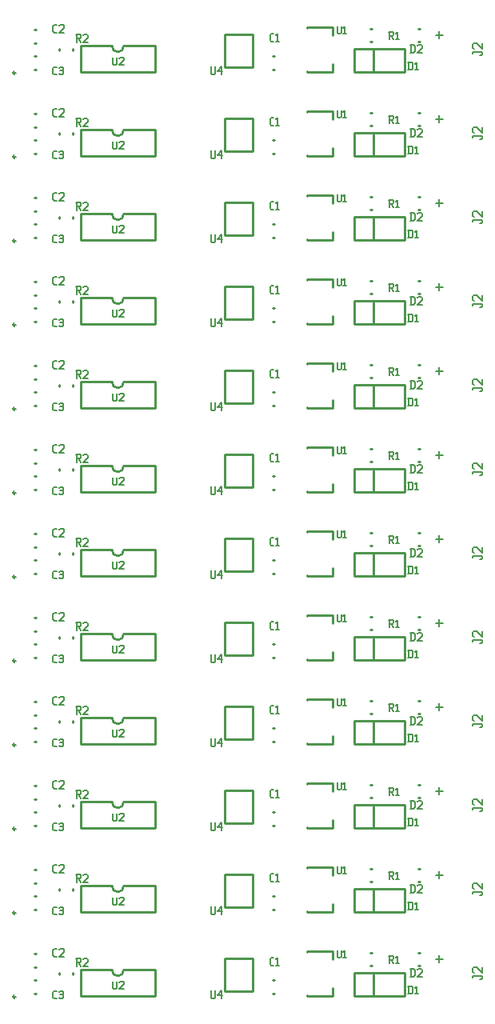
<source format=gbr>
G04 start of page 9 for group -4079 idx -4079 *
G04 Title: (unknown), topsilk *
G04 Creator: pcb 20140316 *
G04 CreationDate: Thu 02 Jul 2020 09:16:05 PM GMT UTC *
G04 For: railfan *
G04 Format: Gerber/RS-274X *
G04 PCB-Dimensions (mil): 2500.00 4300.00 *
G04 PCB-Coordinate-Origin: lower left *
%MOIN*%
%FSLAX25Y25*%
%LNTOPSILK*%
%ADD71C,0.0100*%
%ADD70C,0.0080*%
G54D70*X213000Y273500D02*X216000D01*
X214500Y275000D02*Y272000D01*
X213000Y238500D02*X216000D01*
X214500Y240000D02*Y237000D01*
X213000Y203500D02*X216000D01*
X214500Y205000D02*Y202000D01*
X213000Y168500D02*X216000D01*
X214500Y170000D02*Y167000D01*
X213000Y133500D02*X216000D01*
X214500Y135000D02*Y132000D01*
X213000Y98500D02*X216000D01*
X214500Y100000D02*Y97000D01*
X213000Y63500D02*X216000D01*
X214500Y65000D02*Y62000D01*
X213000Y28500D02*X216000D01*
X214500Y30000D02*Y27000D01*
X213000Y343500D02*X216000D01*
X214500Y345000D02*Y342000D01*
X213000Y308500D02*X216000D01*
X213000Y413500D02*X216000D01*
X214500Y415000D02*Y412000D01*
X213000Y378500D02*X216000D01*
X214500Y380000D02*Y377000D01*
Y310000D02*Y307000D01*
G54D71*X37837Y362732D02*G75*G03X37837Y362732I-500J0D01*G01*
X56245Y372893D02*Y372107D01*
X61755Y372893D02*Y372107D01*
X45607Y369755D02*X46393D01*
X45607Y364245D02*X46393D01*
X45607Y380755D02*X46393D01*
X45607Y375245D02*X46393D01*
X64934Y373988D02*Y363012D01*
X96066D01*
Y373988D02*Y363012D01*
X64934Y373988D02*X78000D01*
X83000D02*X96066D01*
X78000D02*G75*G03X83000Y373988I2500J0D01*G01*
X136900Y378900D02*Y365000D01*
X125100Y378900D02*X136900D01*
X125100D02*Y365000D01*
X136900D01*
X64934Y338988D02*Y328012D01*
X96066D01*
Y338988D02*Y328012D01*
X64934Y338988D02*X78000D01*
X83000D02*X96066D01*
X78000D02*G75*G03X83000Y338988I2500J0D01*G01*
X136900Y343900D02*Y330000D01*
X125100Y343900D02*X136900D01*
X125100D02*Y330000D01*
X136900D01*
X159520Y346750D02*X170150D01*
X159520Y328250D02*X170150D01*
Y346750D02*Y343500D01*
Y331500D02*Y328250D01*
X159520Y346750D02*Y346571D01*
Y328429D02*Y328250D01*
X145107Y329245D02*X145893D01*
X145107Y334755D02*X145893D01*
X37837Y327732D02*G75*G03X37837Y327732I-500J0D01*G01*
X56245Y337893D02*Y337107D01*
X61755Y337893D02*Y337107D01*
X45607Y334755D02*X46393D01*
X45607Y329245D02*X46393D01*
X45607Y345755D02*X46393D01*
X45607Y340245D02*X46393D01*
X37837Y292732D02*G75*G03X37837Y292732I-500J0D01*G01*
X56245Y302893D02*Y302107D01*
X61755Y302893D02*Y302107D01*
X45607Y299755D02*X46393D01*
X45607Y294245D02*X46393D01*
X45607Y310755D02*X46393D01*
X45607Y305245D02*X46393D01*
X37837Y257732D02*G75*G03X37837Y257732I-500J0D01*G01*
X56245Y267893D02*Y267107D01*
X61755Y267893D02*Y267107D01*
X45607Y264755D02*X46393D01*
X45607Y259245D02*X46393D01*
X45607Y275755D02*X46393D01*
X45607Y270245D02*X46393D01*
X37837Y222732D02*G75*G03X37837Y222732I-500J0D01*G01*
Y187732D02*G75*G03X37837Y187732I-500J0D01*G01*
Y152732D02*G75*G03X37837Y152732I-500J0D01*G01*
Y117732D02*G75*G03X37837Y117732I-500J0D01*G01*
Y82732D02*G75*G03X37837Y82732I-500J0D01*G01*
X56245Y232893D02*Y232107D01*
X61755Y232893D02*Y232107D01*
X56245Y197893D02*Y197107D01*
X61755Y197893D02*Y197107D01*
X56245Y162893D02*Y162107D01*
X61755Y162893D02*Y162107D01*
X56245Y127893D02*Y127107D01*
X61755Y127893D02*Y127107D01*
X56245Y92893D02*Y92107D01*
X61755Y92893D02*Y92107D01*
X56245Y22893D02*Y22107D01*
X61755Y22893D02*Y22107D01*
X45607Y229755D02*X46393D01*
X45607Y224245D02*X46393D01*
X45607Y240755D02*X46393D01*
X45607Y235245D02*X46393D01*
X45607Y194755D02*X46393D01*
X45607Y189245D02*X46393D01*
X45607Y205755D02*X46393D01*
X45607Y200245D02*X46393D01*
X45607Y159755D02*X46393D01*
X45607Y154245D02*X46393D01*
X45607Y170755D02*X46393D01*
X45607Y165245D02*X46393D01*
X45607Y124755D02*X46393D01*
X45607Y119245D02*X46393D01*
X45607Y135755D02*X46393D01*
X45607Y130245D02*X46393D01*
X45607Y89755D02*X46393D01*
X45607Y84245D02*X46393D01*
X45607Y100755D02*X46393D01*
X45607Y95245D02*X46393D01*
X37837Y47732D02*G75*G03X37837Y47732I-500J0D01*G01*
Y12732D02*G75*G03X37837Y12732I-500J0D01*G01*
X45607Y19755D02*X46393D01*
X45607Y14245D02*X46393D01*
X45607Y30755D02*X46393D01*
X45607Y25245D02*X46393D01*
X56245Y57893D02*Y57107D01*
X61755Y57893D02*Y57107D01*
X45607Y54755D02*X46393D01*
X45607Y49245D02*X46393D01*
X45607Y65755D02*X46393D01*
X45607Y60245D02*X46393D01*
X136900Y98900D02*Y85000D01*
X125100Y98900D02*X136900D01*
X125100D02*Y85000D01*
X136900D01*
Y133900D02*Y120000D01*
X125100Y133900D02*X136900D01*
X125100D02*Y120000D01*
X136900D01*
X159520Y136750D02*X170150D01*
X159520Y118250D02*X170150D01*
Y136750D02*Y133500D01*
Y121500D02*Y118250D01*
X159520Y136750D02*Y136571D01*
Y118429D02*Y118250D01*
X145107Y119245D02*X145893D01*
X145107Y124755D02*X145893D01*
X159520Y101750D02*X170150D01*
X159520Y83250D02*X170150D01*
Y101750D02*Y98500D01*
Y86500D02*Y83250D01*
X159520Y101750D02*Y101571D01*
Y83429D02*Y83250D01*
X145107Y84245D02*X145893D01*
X145107Y89755D02*X145893D01*
X64934Y128988D02*Y118012D01*
X96066D01*
Y128988D02*Y118012D01*
X64934Y128988D02*X78000D01*
X83000D02*X96066D01*
X78000D02*G75*G03X83000Y128988I2500J0D01*G01*
X64934Y93988D02*Y83012D01*
X96066D01*
Y93988D02*Y83012D01*
X64934Y93988D02*X78000D01*
X83000D02*X96066D01*
X78000D02*G75*G03X83000Y93988I2500J0D01*G01*
X136900Y28900D02*Y15000D01*
X125100Y28900D02*X136900D01*
X125100D02*Y15000D01*
X136900D01*
Y63900D02*Y50000D01*
X125100Y63900D02*X136900D01*
X125100D02*Y50000D01*
X136900D01*
X159520Y66750D02*X170150D01*
X159520Y48250D02*X170150D01*
Y66750D02*Y63500D01*
Y51500D02*Y48250D01*
X159520Y66750D02*Y66571D01*
Y48429D02*Y48250D01*
X145107Y49245D02*X145893D01*
X145107Y54755D02*X145893D01*
X159520Y31750D02*X170150D01*
X159520Y13250D02*X170150D01*
Y31750D02*Y28500D01*
Y16500D02*Y13250D01*
X159520Y31750D02*Y31571D01*
Y13429D02*Y13250D01*
X145107Y14245D02*X145893D01*
X145107Y19755D02*X145893D01*
X64934Y58988D02*Y48012D01*
X96066D01*
Y58988D02*Y48012D01*
X64934Y58988D02*X78000D01*
X83000D02*X96066D01*
X78000D02*G75*G03X83000Y58988I2500J0D01*G01*
X64934Y23988D02*Y13012D01*
X96066D01*
Y23988D02*Y13012D01*
X64934Y23988D02*X78000D01*
X83000D02*X96066D01*
X78000D02*G75*G03X83000Y23988I2500J0D01*G01*
X179000Y398200D02*X200000D01*
X179000Y407800D02*X200000D01*
X179000Y398200D02*Y407800D01*
X200000Y398200D02*Y407800D01*
X187000Y398200D02*Y407800D01*
X185607Y416255D02*X186393D01*
X185607Y410745D02*X186393D01*
X205607Y416255D02*X206393D01*
X205607Y410745D02*X206393D01*
X159520Y416750D02*X170150D01*
X159520Y398250D02*X170150D01*
Y416750D02*Y413500D01*
Y401500D02*Y398250D01*
X159520Y416750D02*Y416571D01*
Y398429D02*Y398250D01*
X145107Y399245D02*X145893D01*
X145107Y404755D02*X145893D01*
X159520Y381750D02*X170150D01*
X159520Y363250D02*X170150D01*
Y381750D02*Y378500D01*
Y366500D02*Y363250D01*
X159520Y381750D02*Y381571D01*
Y363429D02*Y363250D01*
X145107Y364245D02*X145893D01*
X145107Y369755D02*X145893D01*
X37837Y397732D02*G75*G03X37837Y397732I-500J0D01*G01*
X56245Y407893D02*Y407107D01*
X61755Y407893D02*Y407107D01*
X45607Y404755D02*X46393D01*
X45607Y399245D02*X46393D01*
X45607Y415755D02*X46393D01*
X45607Y410245D02*X46393D01*
X136900Y413900D02*Y400000D01*
X125100Y413900D02*X136900D01*
X125100D02*Y400000D01*
X136900D01*
X64934Y408988D02*Y398012D01*
X96066D01*
Y408988D02*Y398012D01*
X64934Y408988D02*X78000D01*
X83000D02*X96066D01*
X78000D02*G75*G03X83000Y408988I2500J0D01*G01*
X179000Y363200D02*X200000D01*
X179000Y372800D02*X200000D01*
X179000Y363200D02*Y372800D01*
X200000Y363200D02*Y372800D01*
X187000Y363200D02*Y372800D01*
X185607Y381255D02*X186393D01*
X185607Y375745D02*X186393D01*
X205607Y381255D02*X206393D01*
X205607Y375745D02*X206393D01*
X185607Y346255D02*X186393D01*
X185607Y340745D02*X186393D01*
X179000Y328200D02*X200000D01*
X179000Y337800D02*X200000D01*
X179000Y328200D02*Y337800D01*
X200000Y328200D02*Y337800D01*
X187000Y328200D02*Y337800D01*
X179000Y293200D02*X200000D01*
X179000Y302800D02*X200000D01*
X179000Y293200D02*Y302800D01*
X200000Y293200D02*Y302800D01*
X187000Y293200D02*Y302800D01*
X185607Y311255D02*X186393D01*
X185607Y305745D02*X186393D01*
X205607Y346255D02*X206393D01*
X205607Y340745D02*X206393D01*
X205607Y311255D02*X206393D01*
X205607Y305745D02*X206393D01*
X205607Y276255D02*X206393D01*
X205607Y270745D02*X206393D01*
X179000Y258200D02*X200000D01*
X179000Y267800D02*X200000D01*
X179000Y258200D02*Y267800D01*
X200000Y258200D02*Y267800D01*
X187000Y258200D02*Y267800D01*
X185607Y276255D02*X186393D01*
X185607Y270745D02*X186393D01*
X179000Y223200D02*X200000D01*
X179000Y232800D02*X200000D01*
X179000Y223200D02*Y232800D01*
X200000Y223200D02*Y232800D01*
X187000Y223200D02*Y232800D01*
X185607Y241255D02*X186393D01*
X185607Y235745D02*X186393D01*
X205607Y241255D02*X206393D01*
X205607Y235745D02*X206393D01*
X136900Y308900D02*Y295000D01*
X125100Y308900D02*X136900D01*
X125100D02*Y295000D01*
X136900D01*
X64934Y303988D02*Y293012D01*
X96066D01*
Y303988D02*Y293012D01*
X64934Y303988D02*X78000D01*
X83000D02*X96066D01*
X78000D02*G75*G03X83000Y303988I2500J0D01*G01*
X159520Y311750D02*X170150D01*
X159520Y293250D02*X170150D01*
Y311750D02*Y308500D01*
Y296500D02*Y293250D01*
X159520Y311750D02*Y311571D01*
Y293429D02*Y293250D01*
X145107Y294245D02*X145893D01*
X145107Y299755D02*X145893D01*
X136900Y238900D02*Y225000D01*
X125100Y238900D02*X136900D01*
X125100D02*Y225000D01*
X136900D01*
Y273900D02*Y260000D01*
X125100Y273900D02*X136900D01*
X125100D02*Y260000D01*
X136900D01*
X159520Y276750D02*X170150D01*
X159520Y258250D02*X170150D01*
Y276750D02*Y273500D01*
Y261500D02*Y258250D01*
X159520Y276750D02*Y276571D01*
Y258429D02*Y258250D01*
X145107Y259245D02*X145893D01*
X145107Y264755D02*X145893D01*
X159520Y241750D02*X170150D01*
X159520Y223250D02*X170150D01*
Y241750D02*Y238500D01*
Y226500D02*Y223250D01*
X159520Y241750D02*Y241571D01*
Y223429D02*Y223250D01*
X145107Y224245D02*X145893D01*
X145107Y229755D02*X145893D01*
X64934Y268988D02*Y258012D01*
X96066D01*
Y268988D02*Y258012D01*
X64934Y268988D02*X78000D01*
X83000D02*X96066D01*
X78000D02*G75*G03X83000Y268988I2500J0D01*G01*
X64934Y233988D02*Y223012D01*
X96066D01*
Y233988D02*Y223012D01*
X64934Y233988D02*X78000D01*
X83000D02*X96066D01*
X78000D02*G75*G03X83000Y233988I2500J0D01*G01*
X136900Y168900D02*Y155000D01*
X125100Y168900D02*X136900D01*
X125100D02*Y155000D01*
X136900D01*
Y203900D02*Y190000D01*
X125100Y203900D02*X136900D01*
X125100D02*Y190000D01*
X136900D01*
X159520Y206750D02*X170150D01*
X159520Y188250D02*X170150D01*
Y206750D02*Y203500D01*
Y191500D02*Y188250D01*
X159520Y206750D02*Y206571D01*
Y188429D02*Y188250D01*
X145107Y189245D02*X145893D01*
X145107Y194755D02*X145893D01*
X159520Y171750D02*X170150D01*
X159520Y153250D02*X170150D01*
Y171750D02*Y168500D01*
Y156500D02*Y153250D01*
X159520Y171750D02*Y171571D01*
Y153429D02*Y153250D01*
X145107Y154245D02*X145893D01*
X145107Y159755D02*X145893D01*
X64934Y198988D02*Y188012D01*
X96066D01*
Y198988D02*Y188012D01*
X64934Y198988D02*X78000D01*
X83000D02*X96066D01*
X78000D02*G75*G03X83000Y198988I2500J0D01*G01*
X64934Y163988D02*Y153012D01*
X96066D01*
Y163988D02*Y153012D01*
X64934Y163988D02*X78000D01*
X83000D02*X96066D01*
X78000D02*G75*G03X83000Y163988I2500J0D01*G01*
X179000Y188200D02*X200000D01*
X179000Y197800D02*X200000D01*
X179000Y188200D02*Y197800D01*
X200000Y188200D02*Y197800D01*
X187000Y188200D02*Y197800D01*
X185607Y206255D02*X186393D01*
X185607Y200745D02*X186393D01*
X205607Y206255D02*X206393D01*
X205607Y200745D02*X206393D01*
X185607Y171255D02*X186393D01*
X185607Y165745D02*X186393D01*
X205607Y171255D02*X206393D01*
X205607Y165745D02*X206393D01*
X179000Y153200D02*X200000D01*
X179000Y162800D02*X200000D01*
X179000Y153200D02*Y162800D01*
X200000Y153200D02*Y162800D01*
X187000Y153200D02*Y162800D01*
X179000Y118200D02*X200000D01*
X179000Y127800D02*X200000D01*
X179000Y118200D02*Y127800D01*
X200000Y118200D02*Y127800D01*
X187000Y118200D02*Y127800D01*
X179000Y83200D02*X200000D01*
X179000Y92800D02*X200000D01*
X179000Y83200D02*Y92800D01*
X200000Y83200D02*Y92800D01*
X187000Y83200D02*Y92800D01*
X185607Y101255D02*X186393D01*
X185607Y95745D02*X186393D01*
X205607Y101255D02*X206393D01*
X205607Y95745D02*X206393D01*
X179000Y48200D02*X200000D01*
X179000Y57800D02*X200000D01*
X179000Y48200D02*Y57800D01*
X200000Y48200D02*Y57800D01*
X187000Y48200D02*Y57800D01*
X185607Y66255D02*X186393D01*
X185607Y60745D02*X186393D01*
X205607Y66255D02*X206393D01*
X205607Y60745D02*X206393D01*
X179000Y13200D02*X200000D01*
X179000Y22800D02*X200000D01*
X179000Y13200D02*Y22800D01*
X200000Y13200D02*Y22800D01*
X187000Y13200D02*Y22800D01*
X185607Y31255D02*X186393D01*
X185607Y25745D02*X186393D01*
X205607Y31255D02*X206393D01*
X205607Y25745D02*X206393D01*
X185607Y136255D02*X186393D01*
X185607Y130745D02*X186393D01*
X205607Y136255D02*X206393D01*
X205607Y130745D02*X206393D01*
G54D70*X63000Y413700D02*X64600D01*
X65000Y413300D01*
Y412500D01*
X64600Y412100D02*X65000Y412500D01*
X63400Y412100D02*X64600D01*
X63400Y413700D02*Y410500D01*
X64040Y412100D02*X65000Y410500D01*
X65960Y413300D02*X66360Y413700D01*
X67560D01*
X67960Y413300D01*
Y412500D01*
X65960Y410500D02*X67960Y412500D01*
X65960Y410500D02*X67960D01*
X54060Y414500D02*X55100D01*
X53500Y415060D02*X54060Y414500D01*
X53500Y417140D02*Y415060D01*
Y417140D02*X54060Y417700D01*
X55100D01*
X56060Y417300D02*X56460Y417700D01*
X57660D01*
X58060Y417300D01*
Y416500D01*
X56060Y414500D02*X58060Y416500D01*
X56060Y414500D02*X58060D01*
X119500Y400300D02*Y397500D01*
X119900Y397100D01*
X120700D01*
X121100Y397500D01*
Y400300D02*Y397500D01*
X122060Y398300D02*X123660Y400300D01*
X122060Y398300D02*X124060D01*
X123660Y400300D02*Y397100D01*
X78500Y404200D02*Y401400D01*
X78900Y401000D01*
X79700D01*
X80100Y401400D01*
Y404200D02*Y401400D01*
X81060Y403800D02*X81460Y404200D01*
X82660D01*
X83060Y403800D01*
Y403000D01*
X81060Y401000D02*X83060Y403000D01*
X81060Y401000D02*X83060D01*
X54060Y397000D02*X55100D01*
X53500Y397560D02*X54060Y397000D01*
X53500Y399640D02*Y397560D01*
Y399640D02*X54060Y400200D01*
X55100D01*
X56060Y399800D02*X56460Y400200D01*
X57260D01*
X57660Y399800D01*
X57260Y397000D02*X57660Y397400D01*
X56460Y397000D02*X57260D01*
X56060Y397400D02*X56460Y397000D01*
Y398760D02*X57260D01*
X57660Y399800D02*Y399160D01*
Y398360D02*Y397400D01*
Y398360D02*X57260Y398760D01*
X57660Y399160D02*X57260Y398760D01*
X63000Y378700D02*X64600D01*
X65000Y378300D01*
Y377500D01*
X64600Y377100D02*X65000Y377500D01*
X63400Y377100D02*X64600D01*
X63400Y378700D02*Y375500D01*
X64040Y377100D02*X65000Y375500D01*
X65960Y378300D02*X66360Y378700D01*
X67560D01*
X67960Y378300D01*
Y377500D01*
X65960Y375500D02*X67960Y377500D01*
X65960Y375500D02*X67960D01*
X54060Y379500D02*X55100D01*
X53500Y380060D02*X54060Y379500D01*
X53500Y382140D02*Y380060D01*
Y382140D02*X54060Y382700D01*
X55100D01*
X56060Y382300D02*X56460Y382700D01*
X57660D01*
X58060Y382300D01*
Y381500D01*
X56060Y379500D02*X58060Y381500D01*
X56060Y379500D02*X58060D01*
X54060Y362000D02*X55100D01*
X53500Y362560D02*X54060Y362000D01*
X53500Y364640D02*Y362560D01*
Y364640D02*X54060Y365200D01*
X55100D01*
X56060Y364800D02*X56460Y365200D01*
X57260D01*
X57660Y364800D01*
X57260Y362000D02*X57660Y362400D01*
X56460Y362000D02*X57260D01*
X56060Y362400D02*X56460Y362000D01*
Y363760D02*X57260D01*
X57660Y364800D02*Y364160D01*
Y363360D02*Y362400D01*
Y363360D02*X57260Y363760D01*
X57660Y364160D02*X57260Y363760D01*
X78500Y369200D02*Y366400D01*
X78900Y366000D01*
X79700D01*
X80100Y366400D01*
Y369200D02*Y366400D01*
X81060Y368800D02*X81460Y369200D01*
X82660D01*
X83060Y368800D01*
Y368000D01*
X81060Y366000D02*X83060Y368000D01*
X81060Y366000D02*X83060D01*
X119500Y365300D02*Y362500D01*
X119900Y362100D01*
X120700D01*
X121100Y362500D01*
Y365300D02*Y362500D01*
X122060Y363300D02*X123660Y365300D01*
X122060Y363300D02*X124060D01*
X123660Y365300D02*Y362100D01*
X63000Y343700D02*X64600D01*
X65000Y343300D01*
Y342500D01*
X64600Y342100D02*X65000Y342500D01*
X63400Y342100D02*X64600D01*
X63400Y343700D02*Y340500D01*
X64040Y342100D02*X65000Y340500D01*
X65960Y343300D02*X66360Y343700D01*
X67560D01*
X67960Y343300D01*
Y342500D01*
X65960Y340500D02*X67960Y342500D01*
X65960Y340500D02*X67960D01*
X54060Y327000D02*X55100D01*
X53500Y327560D02*X54060Y327000D01*
X53500Y329640D02*Y327560D01*
Y329640D02*X54060Y330200D01*
X55100D01*
X56060Y329800D02*X56460Y330200D01*
X57260D01*
X57660Y329800D01*
X57260Y327000D02*X57660Y327400D01*
X56460Y327000D02*X57260D01*
X56060Y327400D02*X56460Y327000D01*
Y328760D02*X57260D01*
X57660Y329800D02*Y329160D01*
Y328360D02*Y327400D01*
Y328360D02*X57260Y328760D01*
X57660Y329160D02*X57260Y328760D01*
X78500Y334200D02*Y331400D01*
X78900Y331000D01*
X79700D01*
X80100Y331400D01*
Y334200D02*Y331400D01*
X81060Y333800D02*X81460Y334200D01*
X82660D01*
X83060Y333800D01*
Y333000D01*
X81060Y331000D02*X83060Y333000D01*
X81060Y331000D02*X83060D01*
X54060Y344500D02*X55100D01*
X53500Y345060D02*X54060Y344500D01*
X53500Y347140D02*Y345060D01*
Y347140D02*X54060Y347700D01*
X55100D01*
X56060Y347300D02*X56460Y347700D01*
X57660D01*
X58060Y347300D01*
Y346500D01*
X56060Y344500D02*X58060Y346500D01*
X56060Y344500D02*X58060D01*
X63000Y308700D02*X64600D01*
X65000Y308300D01*
Y307500D01*
X64600Y307100D02*X65000Y307500D01*
X63400Y307100D02*X64600D01*
X63400Y308700D02*Y305500D01*
X64040Y307100D02*X65000Y305500D01*
X65960Y308300D02*X66360Y308700D01*
X67560D01*
X67960Y308300D01*
Y307500D01*
X65960Y305500D02*X67960Y307500D01*
X65960Y305500D02*X67960D01*
X54060Y292000D02*X55100D01*
X53500Y292560D02*X54060Y292000D01*
X53500Y294640D02*Y292560D01*
Y294640D02*X54060Y295200D01*
X55100D01*
X56060Y294800D02*X56460Y295200D01*
X57260D01*
X57660Y294800D01*
X57260Y292000D02*X57660Y292400D01*
X56460Y292000D02*X57260D01*
X56060Y292400D02*X56460Y292000D01*
Y293760D02*X57260D01*
X57660Y294800D02*Y294160D01*
Y293360D02*Y292400D01*
Y293360D02*X57260Y293760D01*
X57660Y294160D02*X57260Y293760D01*
X54060Y309500D02*X55100D01*
X53500Y310060D02*X54060Y309500D01*
X53500Y312140D02*Y310060D01*
Y312140D02*X54060Y312700D01*
X55100D01*
X56060Y312300D02*X56460Y312700D01*
X57660D01*
X58060Y312300D01*
Y311500D01*
X56060Y309500D02*X58060Y311500D01*
X56060Y309500D02*X58060D01*
X78500Y299200D02*Y296400D01*
X78900Y296000D01*
X79700D01*
X80100Y296400D01*
Y299200D02*Y296400D01*
X81060Y298800D02*X81460Y299200D01*
X82660D01*
X83060Y298800D01*
Y298000D01*
X81060Y296000D02*X83060Y298000D01*
X81060Y296000D02*X83060D01*
X119500Y330300D02*Y327500D01*
X119900Y327100D01*
X120700D01*
X121100Y327500D01*
Y330300D02*Y327500D01*
X122060Y328300D02*X123660Y330300D01*
X122060Y328300D02*X124060D01*
X123660Y330300D02*Y327100D01*
X119500Y295300D02*Y292500D01*
X119900Y292100D01*
X120700D01*
X121100Y292500D01*
Y295300D02*Y292500D01*
X122060Y293300D02*X123660Y295300D01*
X122060Y293300D02*X124060D01*
X123660Y295300D02*Y292100D01*
X119500Y260300D02*Y257500D01*
X119900Y257100D01*
X120700D01*
X121100Y257500D01*
Y260300D02*Y257500D01*
X122060Y258300D02*X123660Y260300D01*
X122060Y258300D02*X124060D01*
X123660Y260300D02*Y257100D01*
X63000Y273700D02*X64600D01*
X65000Y273300D01*
Y272500D01*
X64600Y272100D02*X65000Y272500D01*
X63400Y272100D02*X64600D01*
X63400Y273700D02*Y270500D01*
X64040Y272100D02*X65000Y270500D01*
X65960Y273300D02*X66360Y273700D01*
X67560D01*
X67960Y273300D01*
Y272500D01*
X65960Y270500D02*X67960Y272500D01*
X65960Y270500D02*X67960D01*
X54060Y257000D02*X55100D01*
X53500Y257560D02*X54060Y257000D01*
X53500Y259640D02*Y257560D01*
Y259640D02*X54060Y260200D01*
X55100D01*
X56060Y259800D02*X56460Y260200D01*
X57260D01*
X57660Y259800D01*
X57260Y257000D02*X57660Y257400D01*
X56460Y257000D02*X57260D01*
X56060Y257400D02*X56460Y257000D01*
Y258760D02*X57260D01*
X57660Y259800D02*Y259160D01*
Y258360D02*Y257400D01*
Y258360D02*X57260Y258760D01*
X57660Y259160D02*X57260Y258760D01*
X54060Y274500D02*X55100D01*
X53500Y275060D02*X54060Y274500D01*
X53500Y277140D02*Y275060D01*
Y277140D02*X54060Y277700D01*
X55100D01*
X56060Y277300D02*X56460Y277700D01*
X57660D01*
X58060Y277300D01*
Y276500D01*
X56060Y274500D02*X58060Y276500D01*
X56060Y274500D02*X58060D01*
X78500Y264200D02*Y261400D01*
X78900Y261000D01*
X79700D01*
X80100Y261400D01*
Y264200D02*Y261400D01*
X81060Y263800D02*X81460Y264200D01*
X82660D01*
X83060Y263800D01*
Y263000D01*
X81060Y261000D02*X83060Y263000D01*
X81060Y261000D02*X83060D01*
X201900Y402200D02*Y399000D01*
X202940Y402200D02*X203500Y401640D01*
Y399560D01*
X202940Y399000D02*X203500Y399560D01*
X201500Y399000D02*X202940D01*
X201500Y402200D02*X202940D01*
X204460Y401560D02*X205100Y402200D01*
Y399000D01*
X204460D02*X205660D01*
X228500Y406500D02*Y405700D01*
Y406500D02*X232000D01*
X232500Y406000D02*X232000Y406500D01*
X232500Y406000D02*Y405500D01*
X232000Y405000D02*X232500Y405500D01*
X231500Y405000D02*X232000D01*
X229000Y407700D02*X228500Y408200D01*
Y409700D02*Y408200D01*
Y409700D02*X229000Y410200D01*
X230000D01*
X232500Y407700D02*X230000Y410200D01*
X232500D02*Y407700D01*
X202750Y409350D02*Y406150D01*
X203790Y409350D02*X204350Y408790D01*
Y406710D01*
X203790Y406150D02*X204350Y406710D01*
X202350Y406150D02*X203790D01*
X202350Y409350D02*X203790D01*
X205310Y408950D02*X205710Y409350D01*
X206910D01*
X207310Y408950D01*
Y408150D01*
X205310Y406150D02*X207310Y408150D01*
X205310Y406150D02*X207310D01*
X172000Y417200D02*Y414400D01*
X172400Y414000D01*
X173200D01*
X173600Y414400D01*
Y417200D02*Y414400D01*
X174560Y416560D02*X175200Y417200D01*
Y414000D01*
X174560D02*X175760D01*
X193436Y414850D02*X195036D01*
X195436Y414450D01*
Y413650D01*
X195036Y413250D02*X195436Y413650D01*
X193836Y413250D02*X195036D01*
X193836Y414850D02*Y411650D01*
X194476Y413250D02*X195436Y411650D01*
X196396Y414210D02*X197036Y414850D01*
Y411650D01*
X196396D02*X197596D01*
X193436Y379850D02*X195036D01*
X195436Y379450D01*
Y378650D01*
X195036Y378250D02*X195436Y378650D01*
X193836Y378250D02*X195036D01*
X193836Y379850D02*Y376650D01*
X194476Y378250D02*X195436Y376650D01*
X196396Y379210D02*X197036Y379850D01*
Y376650D01*
X196396D02*X197596D01*
X144497Y410906D02*X145537D01*
X143937Y411466D02*X144497Y410906D01*
X143937Y413546D02*Y411466D01*
Y413546D02*X144497Y414106D01*
X145537D01*
X146497Y413466D02*X147137Y414106D01*
Y410906D01*
X146497D02*X147697D01*
X144497Y375906D02*X145537D01*
X143937Y376466D02*X144497Y375906D01*
X143937Y378546D02*Y376466D01*
Y378546D02*X144497Y379106D01*
X145537D01*
X146497Y378466D02*X147137Y379106D01*
Y375906D01*
X146497D02*X147697D01*
X144497Y340906D02*X145537D01*
X143937Y341466D02*X144497Y340906D01*
X143937Y343546D02*Y341466D01*
Y343546D02*X144497Y344106D01*
X145537D01*
X146497Y343466D02*X147137Y344106D01*
Y340906D01*
X146497D02*X147697D01*
X144497Y305906D02*X145537D01*
X143937Y306466D02*X144497Y305906D01*
X143937Y308546D02*Y306466D01*
Y308546D02*X144497Y309106D01*
X145537D01*
X146497Y308466D02*X147137Y309106D01*
Y305906D01*
X146497D02*X147697D01*
X144497Y270906D02*X145537D01*
X143937Y271466D02*X144497Y270906D01*
X143937Y273546D02*Y271466D01*
Y273546D02*X144497Y274106D01*
X145537D01*
X146497Y273466D02*X147137Y274106D01*
Y270906D01*
X146497D02*X147697D01*
X228500Y371500D02*Y370700D01*
Y371500D02*X232000D01*
X232500Y371000D02*X232000Y371500D01*
X232500Y371000D02*Y370500D01*
X232000Y370000D02*X232500Y370500D01*
X231500Y370000D02*X232000D01*
X229000Y372700D02*X228500Y373200D01*
Y374700D02*Y373200D01*
Y374700D02*X229000Y375200D01*
X230000D01*
X232500Y372700D02*X230000Y375200D01*
X232500D02*Y372700D01*
X228500Y336500D02*Y335700D01*
Y336500D02*X232000D01*
X232500Y336000D02*X232000Y336500D01*
X232500Y336000D02*Y335500D01*
X232000Y335000D02*X232500Y335500D01*
X231500Y335000D02*X232000D01*
X229000Y337700D02*X228500Y338200D01*
Y339700D02*Y338200D01*
Y339700D02*X229000Y340200D01*
X230000D01*
X232500Y337700D02*X230000Y340200D01*
X232500D02*Y337700D01*
X172000Y382200D02*Y379400D01*
X172400Y379000D01*
X173200D01*
X173600Y379400D01*
Y382200D02*Y379400D01*
X174560Y381560D02*X175200Y382200D01*
Y379000D01*
X174560D02*X175760D01*
X172000Y347200D02*Y344400D01*
X172400Y344000D01*
X173200D01*
X173600Y344400D01*
Y347200D02*Y344400D01*
X174560Y346560D02*X175200Y347200D01*
Y344000D01*
X174560D02*X175760D01*
X172000Y312200D02*Y309400D01*
X172400Y309000D01*
X173200D01*
X173600Y309400D01*
Y312200D02*Y309400D01*
X174560Y311560D02*X175200Y312200D01*
Y309000D01*
X174560D02*X175760D01*
X172000Y277200D02*Y274400D01*
X172400Y274000D01*
X173200D01*
X173600Y274400D01*
Y277200D02*Y274400D01*
X174560Y276560D02*X175200Y277200D01*
Y274000D01*
X174560D02*X175760D01*
X201900Y367200D02*Y364000D01*
X202940Y367200D02*X203500Y366640D01*
Y364560D01*
X202940Y364000D02*X203500Y364560D01*
X201500Y364000D02*X202940D01*
X201500Y367200D02*X202940D01*
X204460Y366560D02*X205100Y367200D01*
Y364000D01*
X204460D02*X205660D01*
X202750Y374350D02*Y371150D01*
X203790Y374350D02*X204350Y373790D01*
Y371710D01*
X203790Y371150D02*X204350Y371710D01*
X202350Y371150D02*X203790D01*
X202350Y374350D02*X203790D01*
X205310Y373950D02*X205710Y374350D01*
X206910D01*
X207310Y373950D01*
Y373150D01*
X205310Y371150D02*X207310Y373150D01*
X205310Y371150D02*X207310D01*
X201900Y332200D02*Y329000D01*
X202940Y332200D02*X203500Y331640D01*
Y329560D01*
X202940Y329000D02*X203500Y329560D01*
X201500Y329000D02*X202940D01*
X201500Y332200D02*X202940D01*
X204460Y331560D02*X205100Y332200D01*
Y329000D01*
X204460D02*X205660D01*
X193436Y344850D02*X195036D01*
X195436Y344450D01*
Y343650D01*
X195036Y343250D02*X195436Y343650D01*
X193836Y343250D02*X195036D01*
X193836Y344850D02*Y341650D01*
X194476Y343250D02*X195436Y341650D01*
X196396Y344210D02*X197036Y344850D01*
Y341650D01*
X196396D02*X197596D01*
X202750Y339350D02*Y336150D01*
X203790Y339350D02*X204350Y338790D01*
Y336710D01*
X203790Y336150D02*X204350Y336710D01*
X202350Y336150D02*X203790D01*
X202350Y339350D02*X203790D01*
X205310Y338950D02*X205710Y339350D01*
X206910D01*
X207310Y338950D01*
Y338150D01*
X205310Y336150D02*X207310Y338150D01*
X205310Y336150D02*X207310D01*
X201900Y297200D02*Y294000D01*
X202940Y297200D02*X203500Y296640D01*
Y294560D01*
X202940Y294000D02*X203500Y294560D01*
X201500Y294000D02*X202940D01*
X201500Y297200D02*X202940D01*
X204460Y296560D02*X205100Y297200D01*
Y294000D01*
X204460D02*X205660D01*
X193436Y309850D02*X195036D01*
X195436Y309450D01*
Y308650D01*
X195036Y308250D02*X195436Y308650D01*
X193836Y308250D02*X195036D01*
X193836Y309850D02*Y306650D01*
X194476Y308250D02*X195436Y306650D01*
X196396Y309210D02*X197036Y309850D01*
Y306650D01*
X196396D02*X197596D01*
X202750Y304350D02*Y301150D01*
X203790Y304350D02*X204350Y303790D01*
Y301710D01*
X203790Y301150D02*X204350Y301710D01*
X202350Y301150D02*X203790D01*
X202350Y304350D02*X203790D01*
X205310Y303950D02*X205710Y304350D01*
X206910D01*
X207310Y303950D01*
Y303150D01*
X205310Y301150D02*X207310Y303150D01*
X205310Y301150D02*X207310D01*
X228500Y301500D02*Y300700D01*
Y301500D02*X232000D01*
X232500Y301000D02*X232000Y301500D01*
X232500Y301000D02*Y300500D01*
X232000Y300000D02*X232500Y300500D01*
X231500Y300000D02*X232000D01*
X229000Y302700D02*X228500Y303200D01*
Y304700D02*Y303200D01*
Y304700D02*X229000Y305200D01*
X230000D01*
X232500Y302700D02*X230000Y305200D01*
X232500D02*Y302700D01*
X228500Y266500D02*Y265700D01*
Y266500D02*X232000D01*
X232500Y266000D02*X232000Y266500D01*
X232500Y266000D02*Y265500D01*
X232000Y265000D02*X232500Y265500D01*
X231500Y265000D02*X232000D01*
X229000Y267700D02*X228500Y268200D01*
Y269700D02*Y268200D01*
Y269700D02*X229000Y270200D01*
X230000D01*
X232500Y267700D02*X230000Y270200D01*
X232500D02*Y267700D01*
X201900Y262200D02*Y259000D01*
X202940Y262200D02*X203500Y261640D01*
Y259560D01*
X202940Y259000D02*X203500Y259560D01*
X201500Y259000D02*X202940D01*
X201500Y262200D02*X202940D01*
X204460Y261560D02*X205100Y262200D01*
Y259000D01*
X204460D02*X205660D01*
X193436Y274850D02*X195036D01*
X195436Y274450D01*
Y273650D01*
X195036Y273250D02*X195436Y273650D01*
X193836Y273250D02*X195036D01*
X193836Y274850D02*Y271650D01*
X194476Y273250D02*X195436Y271650D01*
X196396Y274210D02*X197036Y274850D01*
Y271650D01*
X196396D02*X197596D01*
X202750Y269350D02*Y266150D01*
X203790Y269350D02*X204350Y268790D01*
Y266710D01*
X203790Y266150D02*X204350Y266710D01*
X202350Y266150D02*X203790D01*
X202350Y269350D02*X203790D01*
X205310Y268950D02*X205710Y269350D01*
X206910D01*
X207310Y268950D01*
Y268150D01*
X205310Y266150D02*X207310Y268150D01*
X205310Y266150D02*X207310D01*
X228500Y231500D02*Y230700D01*
Y231500D02*X232000D01*
X232500Y231000D02*X232000Y231500D01*
X232500Y231000D02*Y230500D01*
X232000Y230000D02*X232500Y230500D01*
X231500Y230000D02*X232000D01*
X229000Y232700D02*X228500Y233200D01*
Y234700D02*Y233200D01*
Y234700D02*X229000Y235200D01*
X230000D01*
X232500Y232700D02*X230000Y235200D01*
X232500D02*Y232700D01*
X172000Y242200D02*Y239400D01*
X172400Y239000D01*
X173200D01*
X173600Y239400D01*
Y242200D02*Y239400D01*
X174560Y241560D02*X175200Y242200D01*
Y239000D01*
X174560D02*X175760D01*
X201900Y227200D02*Y224000D01*
X202940Y227200D02*X203500Y226640D01*
Y224560D01*
X202940Y224000D02*X203500Y224560D01*
X201500Y224000D02*X202940D01*
X201500Y227200D02*X202940D01*
X204460Y226560D02*X205100Y227200D01*
Y224000D01*
X204460D02*X205660D01*
X193436Y239850D02*X195036D01*
X195436Y239450D01*
Y238650D01*
X195036Y238250D02*X195436Y238650D01*
X193836Y238250D02*X195036D01*
X193836Y239850D02*Y236650D01*
X194476Y238250D02*X195436Y236650D01*
X196396Y239210D02*X197036Y239850D01*
Y236650D01*
X196396D02*X197596D01*
X202750Y234350D02*Y231150D01*
X203790Y234350D02*X204350Y233790D01*
Y231710D01*
X203790Y231150D02*X204350Y231710D01*
X202350Y231150D02*X203790D01*
X202350Y234350D02*X203790D01*
X205310Y233950D02*X205710Y234350D01*
X206910D01*
X207310Y233950D01*
Y233150D01*
X205310Y231150D02*X207310Y233150D01*
X205310Y231150D02*X207310D01*
X144497Y235906D02*X145537D01*
X143937Y236466D02*X144497Y235906D01*
X143937Y238546D02*Y236466D01*
Y238546D02*X144497Y239106D01*
X145537D01*
X146497Y238466D02*X147137Y239106D01*
Y235906D01*
X146497D02*X147697D01*
X144497Y200906D02*X145537D01*
X143937Y201466D02*X144497Y200906D01*
X143937Y203546D02*Y201466D01*
Y203546D02*X144497Y204106D01*
X145537D01*
X146497Y203466D02*X147137Y204106D01*
Y200906D01*
X146497D02*X147697D01*
X144497Y165906D02*X145537D01*
X143937Y166466D02*X144497Y165906D01*
X143937Y168546D02*Y166466D01*
Y168546D02*X144497Y169106D01*
X145537D01*
X146497Y168466D02*X147137Y169106D01*
Y165906D01*
X146497D02*X147697D01*
X172000Y207200D02*Y204400D01*
X172400Y204000D01*
X173200D01*
X173600Y204400D01*
Y207200D02*Y204400D01*
X174560Y206560D02*X175200Y207200D01*
Y204000D01*
X174560D02*X175760D01*
X144497Y130906D02*X145537D01*
X143937Y131466D02*X144497Y130906D01*
X143937Y133546D02*Y131466D01*
Y133546D02*X144497Y134106D01*
X145537D01*
X146497Y133466D02*X147137Y134106D01*
Y130906D01*
X146497D02*X147697D01*
X144497Y95906D02*X145537D01*
X143937Y96466D02*X144497Y95906D01*
X143937Y98546D02*Y96466D01*
Y98546D02*X144497Y99106D01*
X145537D01*
X146497Y98466D02*X147137Y99106D01*
Y95906D01*
X146497D02*X147697D01*
X144497Y60906D02*X145537D01*
X143937Y61466D02*X144497Y60906D01*
X143937Y63546D02*Y61466D01*
Y63546D02*X144497Y64106D01*
X145537D01*
X146497Y63466D02*X147137Y64106D01*
Y60906D01*
X146497D02*X147697D01*
X144497Y25906D02*X145537D01*
X143937Y26466D02*X144497Y25906D01*
X143937Y28546D02*Y26466D01*
Y28546D02*X144497Y29106D01*
X145537D01*
X146497Y28466D02*X147137Y29106D01*
Y25906D01*
X146497D02*X147697D01*
X228500Y196500D02*Y195700D01*
Y196500D02*X232000D01*
X232500Y196000D02*X232000Y196500D01*
X232500Y196000D02*Y195500D01*
X232000Y195000D02*X232500Y195500D01*
X231500Y195000D02*X232000D01*
X229000Y197700D02*X228500Y198200D01*
Y199700D02*Y198200D01*
Y199700D02*X229000Y200200D01*
X230000D01*
X232500Y197700D02*X230000Y200200D01*
X232500D02*Y197700D01*
X201900Y192200D02*Y189000D01*
X202940Y192200D02*X203500Y191640D01*
Y189560D01*
X202940Y189000D02*X203500Y189560D01*
X201500Y189000D02*X202940D01*
X201500Y192200D02*X202940D01*
X204460Y191560D02*X205100Y192200D01*
Y189000D01*
X204460D02*X205660D01*
X193436Y204850D02*X195036D01*
X195436Y204450D01*
Y203650D01*
X195036Y203250D02*X195436Y203650D01*
X193836Y203250D02*X195036D01*
X193836Y204850D02*Y201650D01*
X194476Y203250D02*X195436Y201650D01*
X196396Y204210D02*X197036Y204850D01*
Y201650D01*
X196396D02*X197596D01*
X202750Y199350D02*Y196150D01*
X203790Y199350D02*X204350Y198790D01*
Y196710D01*
X203790Y196150D02*X204350Y196710D01*
X202350Y196150D02*X203790D01*
X202350Y199350D02*X203790D01*
X205310Y198950D02*X205710Y199350D01*
X206910D01*
X207310Y198950D01*
Y198150D01*
X205310Y196150D02*X207310Y198150D01*
X205310Y196150D02*X207310D01*
X228500Y161500D02*Y160700D01*
Y161500D02*X232000D01*
X232500Y161000D02*X232000Y161500D01*
X232500Y161000D02*Y160500D01*
X232000Y160000D02*X232500Y160500D01*
X231500Y160000D02*X232000D01*
X229000Y162700D02*X228500Y163200D01*
Y164700D02*Y163200D01*
Y164700D02*X229000Y165200D01*
X230000D01*
X232500Y162700D02*X230000Y165200D01*
X232500D02*Y162700D01*
X201900Y157200D02*Y154000D01*
X202940Y157200D02*X203500Y156640D01*
Y154560D01*
X202940Y154000D02*X203500Y154560D01*
X201500Y154000D02*X202940D01*
X201500Y157200D02*X202940D01*
X204460Y156560D02*X205100Y157200D01*
Y154000D01*
X204460D02*X205660D01*
X193436Y169850D02*X195036D01*
X195436Y169450D01*
Y168650D01*
X195036Y168250D02*X195436Y168650D01*
X193836Y168250D02*X195036D01*
X193836Y169850D02*Y166650D01*
X194476Y168250D02*X195436Y166650D01*
X196396Y169210D02*X197036Y169850D01*
Y166650D01*
X196396D02*X197596D01*
X202750Y164350D02*Y161150D01*
X203790Y164350D02*X204350Y163790D01*
Y161710D01*
X203790Y161150D02*X204350Y161710D01*
X202350Y161150D02*X203790D01*
X202350Y164350D02*X203790D01*
X205310Y163950D02*X205710Y164350D01*
X206910D01*
X207310Y163950D01*
Y163150D01*
X205310Y161150D02*X207310Y163150D01*
X205310Y161150D02*X207310D01*
X172000Y172200D02*Y169400D01*
X172400Y169000D01*
X173200D01*
X173600Y169400D01*
Y172200D02*Y169400D01*
X174560Y171560D02*X175200Y172200D01*
Y169000D01*
X174560D02*X175760D01*
X172000Y137200D02*Y134400D01*
X172400Y134000D01*
X173200D01*
X173600Y134400D01*
Y137200D02*Y134400D01*
X174560Y136560D02*X175200Y137200D01*
Y134000D01*
X174560D02*X175760D01*
X228500Y126500D02*Y125700D01*
Y126500D02*X232000D01*
X232500Y126000D02*X232000Y126500D01*
X232500Y126000D02*Y125500D01*
X232000Y125000D02*X232500Y125500D01*
X231500Y125000D02*X232000D01*
X229000Y127700D02*X228500Y128200D01*
Y129700D02*Y128200D01*
Y129700D02*X229000Y130200D01*
X230000D01*
X232500Y127700D02*X230000Y130200D01*
X232500D02*Y127700D01*
X201900Y122200D02*Y119000D01*
X202940Y122200D02*X203500Y121640D01*
Y119560D01*
X202940Y119000D02*X203500Y119560D01*
X201500Y119000D02*X202940D01*
X201500Y122200D02*X202940D01*
X204460Y121560D02*X205100Y122200D01*
Y119000D01*
X204460D02*X205660D01*
X193436Y134850D02*X195036D01*
X195436Y134450D01*
Y133650D01*
X195036Y133250D02*X195436Y133650D01*
X193836Y133250D02*X195036D01*
X193836Y134850D02*Y131650D01*
X194476Y133250D02*X195436Y131650D01*
X196396Y134210D02*X197036Y134850D01*
Y131650D01*
X196396D02*X197596D01*
X202750Y129350D02*Y126150D01*
X203790Y129350D02*X204350Y128790D01*
Y126710D01*
X203790Y126150D02*X204350Y126710D01*
X202350Y126150D02*X203790D01*
X202350Y129350D02*X203790D01*
X205310Y128950D02*X205710Y129350D01*
X206910D01*
X207310Y128950D01*
Y128150D01*
X205310Y126150D02*X207310Y128150D01*
X205310Y126150D02*X207310D01*
X201900Y87200D02*Y84000D01*
X202940Y87200D02*X203500Y86640D01*
Y84560D01*
X202940Y84000D02*X203500Y84560D01*
X201500Y84000D02*X202940D01*
X201500Y87200D02*X202940D01*
X204460Y86560D02*X205100Y87200D01*
Y84000D01*
X204460D02*X205660D01*
X193436Y99850D02*X195036D01*
X195436Y99450D01*
Y98650D01*
X195036Y98250D02*X195436Y98650D01*
X193836Y98250D02*X195036D01*
X193836Y99850D02*Y96650D01*
X194476Y98250D02*X195436Y96650D01*
X196396Y99210D02*X197036Y99850D01*
Y96650D01*
X196396D02*X197596D01*
X202750Y94350D02*Y91150D01*
X203790Y94350D02*X204350Y93790D01*
Y91710D01*
X203790Y91150D02*X204350Y91710D01*
X202350Y91150D02*X203790D01*
X202350Y94350D02*X203790D01*
X205310Y93950D02*X205710Y94350D01*
X206910D01*
X207310Y93950D01*
Y93150D01*
X205310Y91150D02*X207310Y93150D01*
X205310Y91150D02*X207310D01*
X228500Y91500D02*Y90700D01*
Y91500D02*X232000D01*
X232500Y91000D02*X232000Y91500D01*
X232500Y91000D02*Y90500D01*
X232000Y90000D02*X232500Y90500D01*
X231500Y90000D02*X232000D01*
X229000Y92700D02*X228500Y93200D01*
Y94700D02*Y93200D01*
Y94700D02*X229000Y95200D01*
X230000D01*
X232500Y92700D02*X230000Y95200D01*
X232500D02*Y92700D01*
X228500Y56500D02*Y55700D01*
Y56500D02*X232000D01*
X232500Y56000D02*X232000Y56500D01*
X232500Y56000D02*Y55500D01*
X232000Y55000D02*X232500Y55500D01*
X231500Y55000D02*X232000D01*
X229000Y57700D02*X228500Y58200D01*
Y59700D02*Y58200D01*
Y59700D02*X229000Y60200D01*
X230000D01*
X232500Y57700D02*X230000Y60200D01*
X232500D02*Y57700D01*
X228500Y21500D02*Y20700D01*
Y21500D02*X232000D01*
X232500Y21000D02*X232000Y21500D01*
X232500Y21000D02*Y20500D01*
X232000Y20000D02*X232500Y20500D01*
X231500Y20000D02*X232000D01*
X229000Y22700D02*X228500Y23200D01*
Y24700D02*Y23200D01*
Y24700D02*X229000Y25200D01*
X230000D01*
X232500Y22700D02*X230000Y25200D01*
X232500D02*Y22700D01*
X172000Y102200D02*Y99400D01*
X172400Y99000D01*
X173200D01*
X173600Y99400D01*
Y102200D02*Y99400D01*
X174560Y101560D02*X175200Y102200D01*
Y99000D01*
X174560D02*X175760D01*
X172000Y67200D02*Y64400D01*
X172400Y64000D01*
X173200D01*
X173600Y64400D01*
Y67200D02*Y64400D01*
X174560Y66560D02*X175200Y67200D01*
Y64000D01*
X174560D02*X175760D01*
X172000Y32200D02*Y29400D01*
X172400Y29000D01*
X173200D01*
X173600Y29400D01*
Y32200D02*Y29400D01*
X174560Y31560D02*X175200Y32200D01*
Y29000D01*
X174560D02*X175760D01*
X201900Y52200D02*Y49000D01*
X202940Y52200D02*X203500Y51640D01*
Y49560D01*
X202940Y49000D02*X203500Y49560D01*
X201500Y49000D02*X202940D01*
X201500Y52200D02*X202940D01*
X204460Y51560D02*X205100Y52200D01*
Y49000D01*
X204460D02*X205660D01*
X193436Y64850D02*X195036D01*
X195436Y64450D01*
Y63650D01*
X195036Y63250D02*X195436Y63650D01*
X193836Y63250D02*X195036D01*
X193836Y64850D02*Y61650D01*
X194476Y63250D02*X195436Y61650D01*
X196396Y64210D02*X197036Y64850D01*
Y61650D01*
X196396D02*X197596D01*
X202750Y59350D02*Y56150D01*
X203790Y59350D02*X204350Y58790D01*
Y56710D01*
X203790Y56150D02*X204350Y56710D01*
X202350Y56150D02*X203790D01*
X202350Y59350D02*X203790D01*
X205310Y58950D02*X205710Y59350D01*
X206910D01*
X207310Y58950D01*
Y58150D01*
X205310Y56150D02*X207310Y58150D01*
X205310Y56150D02*X207310D01*
X201900Y17200D02*Y14000D01*
X202940Y17200D02*X203500Y16640D01*
Y14560D01*
X202940Y14000D02*X203500Y14560D01*
X201500Y14000D02*X202940D01*
X201500Y17200D02*X202940D01*
X204460Y16560D02*X205100Y17200D01*
Y14000D01*
X204460D02*X205660D01*
X193436Y29850D02*X195036D01*
X195436Y29450D01*
Y28650D01*
X195036Y28250D02*X195436Y28650D01*
X193836Y28250D02*X195036D01*
X193836Y29850D02*Y26650D01*
X194476Y28250D02*X195436Y26650D01*
X196396Y29210D02*X197036Y29850D01*
Y26650D01*
X196396D02*X197596D01*
X202750Y24350D02*Y21150D01*
X203790Y24350D02*X204350Y23790D01*
Y21710D01*
X203790Y21150D02*X204350Y21710D01*
X202350Y21150D02*X203790D01*
X202350Y24350D02*X203790D01*
X205310Y23950D02*X205710Y24350D01*
X206910D01*
X207310Y23950D01*
Y23150D01*
X205310Y21150D02*X207310Y23150D01*
X205310Y21150D02*X207310D01*
X63000Y238700D02*X64600D01*
X65000Y238300D01*
Y237500D01*
X64600Y237100D02*X65000Y237500D01*
X63400Y237100D02*X64600D01*
X63400Y238700D02*Y235500D01*
X64040Y237100D02*X65000Y235500D01*
X65960Y238300D02*X66360Y238700D01*
X67560D01*
X67960Y238300D01*
Y237500D01*
X65960Y235500D02*X67960Y237500D01*
X65960Y235500D02*X67960D01*
X54060Y222000D02*X55100D01*
X53500Y222560D02*X54060Y222000D01*
X53500Y224640D02*Y222560D01*
Y224640D02*X54060Y225200D01*
X55100D01*
X56060Y224800D02*X56460Y225200D01*
X57260D01*
X57660Y224800D01*
X57260Y222000D02*X57660Y222400D01*
X56460Y222000D02*X57260D01*
X56060Y222400D02*X56460Y222000D01*
Y223760D02*X57260D01*
X57660Y224800D02*Y224160D01*
Y223360D02*Y222400D01*
Y223360D02*X57260Y223760D01*
X57660Y224160D02*X57260Y223760D01*
X78500Y229200D02*Y226400D01*
X78900Y226000D01*
X79700D01*
X80100Y226400D01*
Y229200D02*Y226400D01*
X81060Y228800D02*X81460Y229200D01*
X82660D01*
X83060Y228800D01*
Y228000D01*
X81060Y226000D02*X83060Y228000D01*
X81060Y226000D02*X83060D01*
X54060Y239500D02*X55100D01*
X53500Y240060D02*X54060Y239500D01*
X53500Y242140D02*Y240060D01*
Y242140D02*X54060Y242700D01*
X55100D01*
X56060Y242300D02*X56460Y242700D01*
X57660D01*
X58060Y242300D01*
Y241500D01*
X56060Y239500D02*X58060Y241500D01*
X56060Y239500D02*X58060D01*
X54060Y187000D02*X55100D01*
X53500Y187560D02*X54060Y187000D01*
X53500Y189640D02*Y187560D01*
Y189640D02*X54060Y190200D01*
X55100D01*
X56060Y189800D02*X56460Y190200D01*
X57260D01*
X57660Y189800D01*
X57260Y187000D02*X57660Y187400D01*
X56460Y187000D02*X57260D01*
X56060Y187400D02*X56460Y187000D01*
Y188760D02*X57260D01*
X57660Y189800D02*Y189160D01*
Y188360D02*Y187400D01*
Y188360D02*X57260Y188760D01*
X57660Y189160D02*X57260Y188760D01*
X54060Y169500D02*X55100D01*
X53500Y170060D02*X54060Y169500D01*
X53500Y172140D02*Y170060D01*
Y172140D02*X54060Y172700D01*
X55100D01*
X56060Y172300D02*X56460Y172700D01*
X57660D01*
X58060Y172300D01*
Y171500D01*
X56060Y169500D02*X58060Y171500D01*
X56060Y169500D02*X58060D01*
X63000Y203700D02*X64600D01*
X65000Y203300D01*
Y202500D01*
X64600Y202100D02*X65000Y202500D01*
X63400Y202100D02*X64600D01*
X63400Y203700D02*Y200500D01*
X64040Y202100D02*X65000Y200500D01*
X65960Y203300D02*X66360Y203700D01*
X67560D01*
X67960Y203300D01*
Y202500D01*
X65960Y200500D02*X67960Y202500D01*
X65960Y200500D02*X67960D01*
X54060Y204500D02*X55100D01*
X53500Y205060D02*X54060Y204500D01*
X53500Y207140D02*Y205060D01*
Y207140D02*X54060Y207700D01*
X55100D01*
X56060Y207300D02*X56460Y207700D01*
X57660D01*
X58060Y207300D01*
Y206500D01*
X56060Y204500D02*X58060Y206500D01*
X56060Y204500D02*X58060D01*
X78500Y194200D02*Y191400D01*
X78900Y191000D01*
X79700D01*
X80100Y191400D01*
Y194200D02*Y191400D01*
X81060Y193800D02*X81460Y194200D01*
X82660D01*
X83060Y193800D01*
Y193000D01*
X81060Y191000D02*X83060Y193000D01*
X81060Y191000D02*X83060D01*
X119500Y225300D02*Y222500D01*
X119900Y222100D01*
X120700D01*
X121100Y222500D01*
Y225300D02*Y222500D01*
X122060Y223300D02*X123660Y225300D01*
X122060Y223300D02*X124060D01*
X123660Y225300D02*Y222100D01*
X119500Y190300D02*Y187500D01*
X119900Y187100D01*
X120700D01*
X121100Y187500D01*
Y190300D02*Y187500D01*
X122060Y188300D02*X123660Y190300D01*
X122060Y188300D02*X124060D01*
X123660Y190300D02*Y187100D01*
X63000Y168700D02*X64600D01*
X65000Y168300D01*
Y167500D01*
X64600Y167100D02*X65000Y167500D01*
X63400Y167100D02*X64600D01*
X63400Y168700D02*Y165500D01*
X64040Y167100D02*X65000Y165500D01*
X65960Y168300D02*X66360Y168700D01*
X67560D01*
X67960Y168300D01*
Y167500D01*
X65960Y165500D02*X67960Y167500D01*
X65960Y165500D02*X67960D01*
X78500Y159200D02*Y156400D01*
X78900Y156000D01*
X79700D01*
X80100Y156400D01*
Y159200D02*Y156400D01*
X81060Y158800D02*X81460Y159200D01*
X82660D01*
X83060Y158800D01*
Y158000D01*
X81060Y156000D02*X83060Y158000D01*
X81060Y156000D02*X83060D01*
X63000Y133700D02*X64600D01*
X65000Y133300D01*
Y132500D01*
X64600Y132100D02*X65000Y132500D01*
X63400Y132100D02*X64600D01*
X63400Y133700D02*Y130500D01*
X64040Y132100D02*X65000Y130500D01*
X65960Y133300D02*X66360Y133700D01*
X67560D01*
X67960Y133300D01*
Y132500D01*
X65960Y130500D02*X67960Y132500D01*
X65960Y130500D02*X67960D01*
X119500Y155300D02*Y152500D01*
X119900Y152100D01*
X120700D01*
X121100Y152500D01*
Y155300D02*Y152500D01*
X122060Y153300D02*X123660Y155300D01*
X122060Y153300D02*X124060D01*
X123660Y155300D02*Y152100D01*
X119500Y120300D02*Y117500D01*
X119900Y117100D01*
X120700D01*
X121100Y117500D01*
Y120300D02*Y117500D01*
X122060Y118300D02*X123660Y120300D01*
X122060Y118300D02*X124060D01*
X123660Y120300D02*Y117100D01*
X78500Y89200D02*Y86400D01*
X78900Y86000D01*
X79700D01*
X80100Y86400D01*
Y89200D02*Y86400D01*
X81060Y88800D02*X81460Y89200D01*
X82660D01*
X83060Y88800D01*
Y88000D01*
X81060Y86000D02*X83060Y88000D01*
X81060Y86000D02*X83060D01*
X119500Y85300D02*Y82500D01*
X119900Y82100D01*
X120700D01*
X121100Y82500D01*
Y85300D02*Y82500D01*
X122060Y83300D02*X123660Y85300D01*
X122060Y83300D02*X124060D01*
X123660Y85300D02*Y82100D01*
X119500Y50300D02*Y47500D01*
X119900Y47100D01*
X120700D01*
X121100Y47500D01*
Y50300D02*Y47500D01*
X122060Y48300D02*X123660Y50300D01*
X122060Y48300D02*X124060D01*
X123660Y50300D02*Y47100D01*
X119500Y15300D02*Y12500D01*
X119900Y12100D01*
X120700D01*
X121100Y12500D01*
Y15300D02*Y12500D01*
X122060Y13300D02*X123660Y15300D01*
X122060Y13300D02*X124060D01*
X123660Y15300D02*Y12100D01*
X78500Y124200D02*Y121400D01*
X78900Y121000D01*
X79700D01*
X80100Y121400D01*
Y124200D02*Y121400D01*
X81060Y123800D02*X81460Y124200D01*
X82660D01*
X83060Y123800D01*
Y123000D01*
X81060Y121000D02*X83060Y123000D01*
X81060Y121000D02*X83060D01*
X63000Y98700D02*X64600D01*
X65000Y98300D01*
Y97500D01*
X64600Y97100D02*X65000Y97500D01*
X63400Y97100D02*X64600D01*
X63400Y98700D02*Y95500D01*
X64040Y97100D02*X65000Y95500D01*
X65960Y98300D02*X66360Y98700D01*
X67560D01*
X67960Y98300D01*
Y97500D01*
X65960Y95500D02*X67960Y97500D01*
X65960Y95500D02*X67960D01*
X54060Y152000D02*X55100D01*
X53500Y152560D02*X54060Y152000D01*
X53500Y154640D02*Y152560D01*
Y154640D02*X54060Y155200D01*
X55100D01*
X56060Y154800D02*X56460Y155200D01*
X57260D01*
X57660Y154800D01*
X57260Y152000D02*X57660Y152400D01*
X56460Y152000D02*X57260D01*
X56060Y152400D02*X56460Y152000D01*
Y153760D02*X57260D01*
X57660Y154800D02*Y154160D01*
Y153360D02*Y152400D01*
Y153360D02*X57260Y153760D01*
X57660Y154160D02*X57260Y153760D01*
X54060Y117000D02*X55100D01*
X53500Y117560D02*X54060Y117000D01*
X53500Y119640D02*Y117560D01*
Y119640D02*X54060Y120200D01*
X55100D01*
X56060Y119800D02*X56460Y120200D01*
X57260D01*
X57660Y119800D01*
X57260Y117000D02*X57660Y117400D01*
X56460Y117000D02*X57260D01*
X56060Y117400D02*X56460Y117000D01*
Y118760D02*X57260D01*
X57660Y119800D02*Y119160D01*
Y118360D02*Y117400D01*
Y118360D02*X57260Y118760D01*
X57660Y119160D02*X57260Y118760D01*
X54060Y134500D02*X55100D01*
X53500Y135060D02*X54060Y134500D01*
X53500Y137140D02*Y135060D01*
Y137140D02*X54060Y137700D01*
X55100D01*
X56060Y137300D02*X56460Y137700D01*
X57660D01*
X58060Y137300D01*
Y136500D01*
X56060Y134500D02*X58060Y136500D01*
X56060Y134500D02*X58060D01*
X54060Y82000D02*X55100D01*
X53500Y82560D02*X54060Y82000D01*
X53500Y84640D02*Y82560D01*
Y84640D02*X54060Y85200D01*
X55100D01*
X56060Y84800D02*X56460Y85200D01*
X57260D01*
X57660Y84800D01*
X57260Y82000D02*X57660Y82400D01*
X56460Y82000D02*X57260D01*
X56060Y82400D02*X56460Y82000D01*
Y83760D02*X57260D01*
X57660Y84800D02*Y84160D01*
Y83360D02*Y82400D01*
Y83360D02*X57260Y83760D01*
X57660Y84160D02*X57260Y83760D01*
X54060Y99500D02*X55100D01*
X53500Y100060D02*X54060Y99500D01*
X53500Y102140D02*Y100060D01*
Y102140D02*X54060Y102700D01*
X55100D01*
X56060Y102300D02*X56460Y102700D01*
X57660D01*
X58060Y102300D01*
Y101500D01*
X56060Y99500D02*X58060Y101500D01*
X56060Y99500D02*X58060D01*
X54060Y64500D02*X55100D01*
X53500Y65060D02*X54060Y64500D01*
X53500Y67140D02*Y65060D01*
Y67140D02*X54060Y67700D01*
X55100D01*
X56060Y67300D02*X56460Y67700D01*
X57660D01*
X58060Y67300D01*
Y66500D01*
X56060Y64500D02*X58060Y66500D01*
X56060Y64500D02*X58060D01*
X63000Y63700D02*X64600D01*
X65000Y63300D01*
Y62500D01*
X64600Y62100D02*X65000Y62500D01*
X63400Y62100D02*X64600D01*
X63400Y63700D02*Y60500D01*
X64040Y62100D02*X65000Y60500D01*
X65960Y63300D02*X66360Y63700D01*
X67560D01*
X67960Y63300D01*
Y62500D01*
X65960Y60500D02*X67960Y62500D01*
X65960Y60500D02*X67960D01*
X78500Y54200D02*Y51400D01*
X78900Y51000D01*
X79700D01*
X80100Y51400D01*
Y54200D02*Y51400D01*
X81060Y53800D02*X81460Y54200D01*
X82660D01*
X83060Y53800D01*
Y53000D01*
X81060Y51000D02*X83060Y53000D01*
X81060Y51000D02*X83060D01*
X54060Y47000D02*X55100D01*
X53500Y47560D02*X54060Y47000D01*
X53500Y49640D02*Y47560D01*
Y49640D02*X54060Y50200D01*
X55100D01*
X56060Y49800D02*X56460Y50200D01*
X57260D01*
X57660Y49800D01*
X57260Y47000D02*X57660Y47400D01*
X56460Y47000D02*X57260D01*
X56060Y47400D02*X56460Y47000D01*
Y48760D02*X57260D01*
X57660Y49800D02*Y49160D01*
Y48360D02*Y47400D01*
Y48360D02*X57260Y48760D01*
X57660Y49160D02*X57260Y48760D01*
X63000Y28700D02*X64600D01*
X65000Y28300D01*
Y27500D01*
X64600Y27100D02*X65000Y27500D01*
X63400Y27100D02*X64600D01*
X63400Y28700D02*Y25500D01*
X64040Y27100D02*X65000Y25500D01*
X65960Y28300D02*X66360Y28700D01*
X67560D01*
X67960Y28300D01*
Y27500D01*
X65960Y25500D02*X67960Y27500D01*
X65960Y25500D02*X67960D01*
X54060Y12000D02*X55100D01*
X53500Y12560D02*X54060Y12000D01*
X53500Y14640D02*Y12560D01*
Y14640D02*X54060Y15200D01*
X55100D01*
X56060Y14800D02*X56460Y15200D01*
X57260D01*
X57660Y14800D01*
X57260Y12000D02*X57660Y12400D01*
X56460Y12000D02*X57260D01*
X56060Y12400D02*X56460Y12000D01*
Y13760D02*X57260D01*
X57660Y14800D02*Y14160D01*
Y13360D02*Y12400D01*
Y13360D02*X57260Y13760D01*
X57660Y14160D02*X57260Y13760D01*
X54060Y29500D02*X55100D01*
X53500Y30060D02*X54060Y29500D01*
X53500Y32140D02*Y30060D01*
Y32140D02*X54060Y32700D01*
X55100D01*
X56060Y32300D02*X56460Y32700D01*
X57660D01*
X58060Y32300D01*
Y31500D01*
X56060Y29500D02*X58060Y31500D01*
X56060Y29500D02*X58060D01*
X78500Y19200D02*Y16400D01*
X78900Y16000D01*
X79700D01*
X80100Y16400D01*
Y19200D02*Y16400D01*
X81060Y18800D02*X81460Y19200D01*
X82660D01*
X83060Y18800D01*
Y18000D01*
X81060Y16000D02*X83060Y18000D01*
X81060Y16000D02*X83060D01*
M02*

</source>
